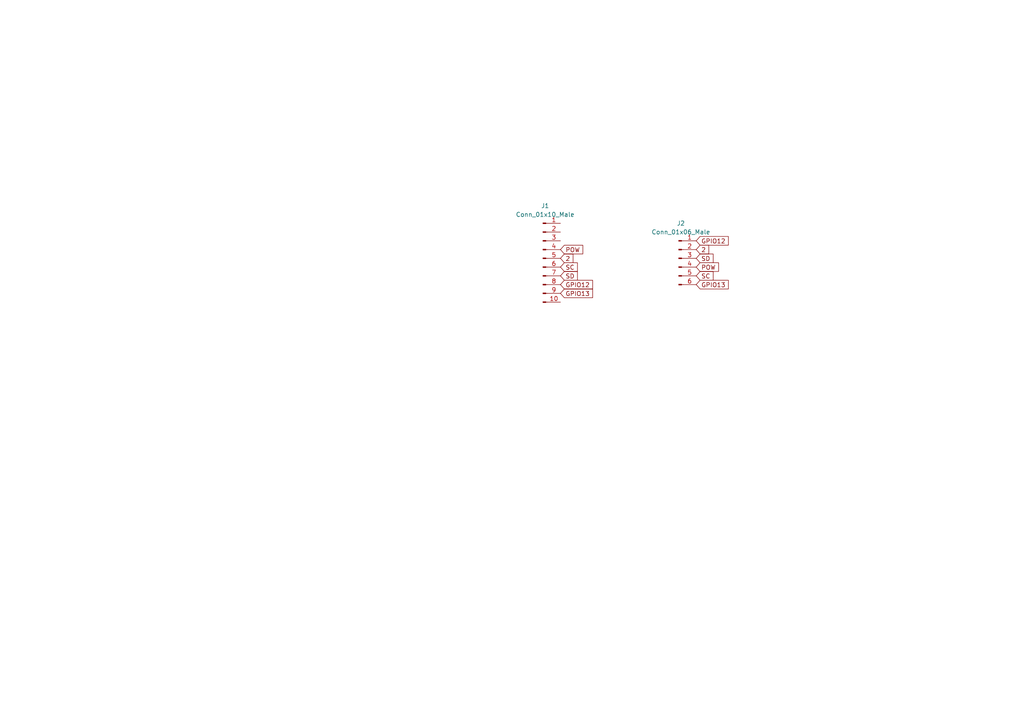
<source format=kicad_sch>
(kicad_sch (version 20211123) (generator eeschema)
  (paper "A4")
  (lib_symbols
    (symbol "Connector:Conn_01x06_Male" (pin_names (offset 1.016) hide)
      (property "Reference" "J" (at 0 7.62 0))
      (property "Value" "Conn_01x06_Male" (at 0 -10.16 0))
      (symbol "Conn_01x06_Male_1_1"
        (polyline (pts (xy 1.27 -7.62) (xy 0.8636 -7.62)) (stroke (width 0.1524)))
        (polyline (pts (xy 1.27 -5.08) (xy 0.8636 -5.08)) (stroke (width 0.1524)))
        (polyline (pts (xy 1.27 -2.54) (xy 0.8636 -2.54)) (stroke (width 0.1524)))
        (polyline (pts (xy 1.27 0) (xy 0.8636 0)) (stroke (width 0.1524)))
        (polyline (pts (xy 1.27 2.54) (xy 0.8636 2.54)) (stroke (width 0.1524)))
        (polyline (pts (xy 1.27 5.08) (xy 0.8636 5.08)) (stroke (width 0.1524)))
        (rectangle (start 0.8636 -7.493) (end 0 -7.747) (stroke (width 0.1524)) (fill (type outline)))
        (rectangle (start 0.8636 -4.953) (end 0 -5.207) (stroke (width 0.1524)) (fill (type outline)))
        (rectangle (start 0.8636 -2.413) (end 0 -2.667) (stroke (width 0.1524)) (fill (type outline)))
        (rectangle (start 0.8636 0.127) (end 0 -0.127) (stroke (width 0.1524)) (fill (type outline)))
        (rectangle (start 0.8636 2.667) (end 0 2.413) (stroke (width 0.1524)) (fill (type outline)))
        (rectangle (start 0.8636 5.207) (end 0 4.953) (stroke (width 0.1524)) (fill (type outline)))
        (pin passive line (at 5.08 5.08 180) (length 3.81) (name "Pin_1") (number "1"))
        (pin passive line (at 5.08 2.54 180) (length 3.81) (name "Pin_2") (number "2"))
        (pin passive line (at 5.08 0 180) (length 3.81) (name "Pin_3") (number "3"))
        (pin passive line (at 5.08 -2.54 180) (length 3.81) (name "Pin_4") (number "4"))
        (pin passive line (at 5.08 -5.08 180) (length 3.81) (name "Pin_5") (number "5"))
        (pin passive line (at 5.08 -7.62 180) (length 3.81) (name "Pin_6") (number "6"))
      )
    )
    (symbol "Connector:Conn_01x10_Male" (pin_names (offset 1.016) hide)
      (property "Reference" "J" (at 0 12.7 0))
      (property "Value" "Conn_01x10_Male" (at 0 -15.24 0))
      (symbol "Conn_01x10_Male_1_1"
        (polyline (pts (xy 1.27 -12.7) (xy 0.8636 -12.7)) (stroke (width 0.1524)))
        (polyline (pts (xy 1.27 -10.16) (xy 0.8636 -10.16)) (stroke (width 0.1524)))
        (polyline (pts (xy 1.27 -7.62) (xy 0.8636 -7.62)) (stroke (width 0.1524)))
        (polyline (pts (xy 1.27 -5.08) (xy 0.8636 -5.08)) (stroke (width 0.1524)))
        (polyline (pts (xy 1.27 -2.54) (xy 0.8636 -2.54)) (stroke (width 0.1524)))
        (polyline (pts (xy 1.27 0) (xy 0.8636 0)) (stroke (width 0.1524)))
        (polyline (pts (xy 1.27 2.54) (xy 0.8636 2.54)) (stroke (width 0.1524)))
        (polyline (pts (xy 1.27 5.08) (xy 0.8636 5.08)) (stroke (width 0.1524)))
        (polyline (pts (xy 1.27 7.62) (xy 0.8636 7.62)) (stroke (width 0.1524)))
        (polyline (pts (xy 1.27 10.16) (xy 0.8636 10.16)) (stroke (width 0.1524)))
        (rectangle (start 0.8636 -12.573) (end 0 -12.827) (stroke (width 0.1524)) (fill (type outline)))
        (rectangle (start 0.8636 -10.033) (end 0 -10.287) (stroke (width 0.1524)) (fill (type outline)))
        (rectangle (start 0.8636 -7.493) (end 0 -7.747) (stroke (width 0.1524)) (fill (type outline)))
        (rectangle (start 0.8636 -4.953) (end 0 -5.207) (stroke (width 0.1524)) (fill (type outline)))
        (rectangle (start 0.8636 -2.413) (end 0 -2.667) (stroke (width 0.1524)) (fill (type outline)))
        (rectangle (start 0.8636 0.127) (end 0 -0.127) (stroke (width 0.1524)) (fill (type outline)))
        (rectangle (start 0.8636 2.667) (end 0 2.413) (stroke (width 0.1524)) (fill (type outline)))
        (rectangle (start 0.8636 5.207) (end 0 4.953) (stroke (width 0.1524)) (fill (type outline)))
        (rectangle (start 0.8636 7.747) (end 0 7.493) (stroke (width 0.1524)) (fill (type outline)))
        (rectangle (start 0.8636 10.287) (end 0 10.033) (stroke (width 0.1524)) (fill (type outline)))
        (pin passive line (at 5.08 10.16 180) (length 3.81) (name "Pin_1") (number "1"))
        (pin passive line (at 5.08 -12.7 180) (length 3.81) (name "Pin_10") (number "10"))
        (pin passive line (at 5.08 7.62 180) (length 3.81) (name "Pin_2") (number "2"))
        (pin passive line (at 5.08 5.08 180) (length 3.81) (name "Pin_3") (number "3"))
        (pin passive line (at 5.08 2.54 180) (length 3.81) (name "Pin_4") (number "4"))
        (pin passive line (at 5.08 0 180) (length 3.81) (name "Pin_5") (number "5"))
        (pin passive line (at 5.08 -2.54 180) (length 3.81) (name "Pin_6") (number "6"))
        (pin passive line (at 5.08 -5.08 180) (length 3.81) (name "Pin_7") (number "7"))
        (pin passive line (at 5.08 -7.62 180) (length 3.81) (name "Pin_8") (number "8"))
        (pin passive line (at 5.08 -10.16 180) (length 3.81) (name "Pin_9") (number "9"))
      )
    )
  )
  (global_label "GPIO13" (shape input) (at 162.56 85.09 0) (property "Intersheet References" "${INTERSHEET_REFS}" (effects hide)))
  (global_label "POW" (shape input) (at 162.56 72.39 0) (property "Intersheet References" "${INTERSHEET_REFS}" (effects hide)))
  (global_label "GPIO12" (shape input) (at 162.56 82.55 0) (property "Intersheet References" "${INTERSHEET_REFS}" (effects hide)))
  (global_label "SD" (shape input) (at 162.56 80.01 0) (property "Intersheet References" "${INTERSHEET_REFS}" (effects hide)))
  (global_label "2" (shape input) (at 201.93 72.39 0) (property "Intersheet References" "${INTERSHEET_REFS}" (effects hide)))
  (global_label "SC" (shape input) (at 201.93 80.01 0) (property "Intersheet References" "${INTERSHEET_REFS}" (effects hide)))
  (global_label "SC" (shape input) (at 162.56 77.47 0) (property "Intersheet References" "${INTERSHEET_REFS}" (effects hide)))
  (global_label "GPIO12" (shape input) (at 201.93 69.85 0) (property "Intersheet References" "${INTERSHEET_REFS}" (effects hide)))
  (global_label "POW" (shape input) (at 201.93 77.47 0) (property "Intersheet References" "${INTERSHEET_REFS}" (effects hide)))
  (global_label "SD" (shape input) (at 201.93 74.93 0) (property "Intersheet References" "${INTERSHEET_REFS}" (effects hide)))
  (global_label "GPIO13" (shape input) (at 201.93 82.55 0) (property "Intersheet References" "${INTERSHEET_REFS}" (effects hide)))
  (global_label "2" (shape input) (at 162.56 74.93 0) (property "Intersheet References" "${INTERSHEET_REFS}" (effects hide)))
  (symbol (lib_id "Connector:Conn_01x10_Male") (at 157.48 74.93 0) (unit 1)
    (property "Reference" "J1" (at 158.115 59.69 0))
    (property "Value" "Conn_01x10_Male" (at 158.115 62.23 0))
    (property "Footprint" "Connector_IDC:IDC-Header_2x05-1MP_P2.54mm_Latch6.5mm_Vertical" (effects hide))
  )
  (symbol (lib_id "Connector:Conn_01x06_Male") (at 196.85 74.93 0) (unit 1)
    (property "Reference" "J2" (at 197.485 64.77 0))
    (property "Value" "Conn_01x06_Male" (at 197.485 67.31 0))
    (property "Footprint" "Connector_PinHeader_2.54mm:PinHeader_1x06_P2.54mm_Vertical" (effects hide))
  )
)
</source>
